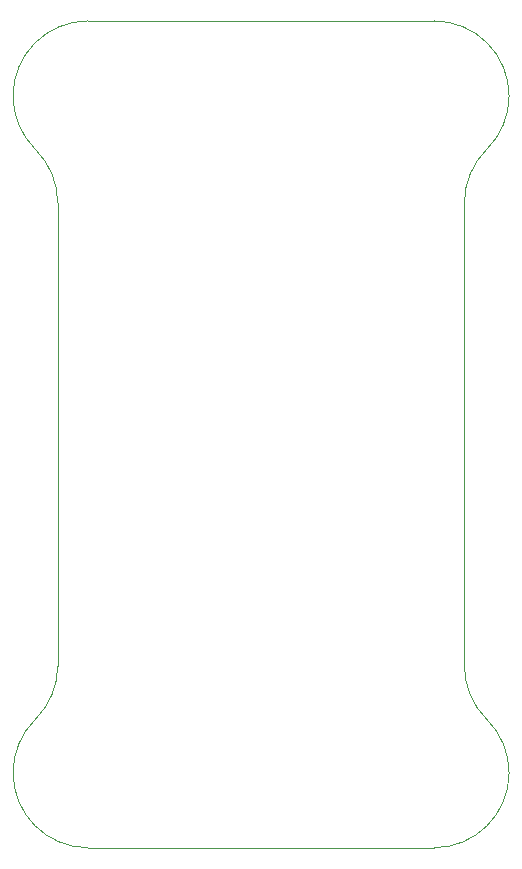
<source format=gbr>
%TF.GenerationSoftware,KiCad,Pcbnew,7.0.10*%
%TF.CreationDate,2024-01-15T20:05:46+01:00*%
%TF.ProjectId,tiny-scarab,74696e79-2d73-4636-9172-61622e6b6963,0.1*%
%TF.SameCoordinates,Original*%
%TF.FileFunction,Profile,NP*%
%FSLAX46Y46*%
G04 Gerber Fmt 4.6, Leading zero omitted, Abs format (unit mm)*
G04 Created by KiCad (PCBNEW 7.0.10) date 2024-01-15 20:05:46*
%MOMM*%
%LPD*%
G01*
G04 APERTURE LIST*
%TA.AperFunction,Profile*%
%ADD10C,0.100000*%
%TD*%
G04 APERTURE END LIST*
D10*
X78033658Y-78101282D02*
X78033658Y-38888718D01*
X116250000Y-29845000D02*
G75*
G03*
X109900000Y-23495000I-6350000J0D01*
G01*
X74250001Y-29845000D02*
G75*
G03*
X76141830Y-34366858I6349999J0D01*
G01*
X116249999Y-87145000D02*
G75*
G03*
X114358170Y-82623142I-6349999J0D01*
G01*
X112466343Y-78101282D02*
G75*
G03*
X114358171Y-82623141I6349957J-18D01*
G01*
X112466342Y-38888718D02*
X112466342Y-78101282D01*
X114358171Y-34366859D02*
G75*
G03*
X112466342Y-38888718I4458129J-4521841D01*
G01*
X80600000Y-23495000D02*
G75*
G03*
X74250000Y-29845000I0J-6350000D01*
G01*
X76141829Y-82623141D02*
G75*
G03*
X78033658Y-78101282I-4458129J4521841D01*
G01*
X78033657Y-38888718D02*
G75*
G03*
X76141829Y-34366859I-6349957J18D01*
G01*
X109900000Y-93495000D02*
G75*
G03*
X116250000Y-87145000I0J6350000D01*
G01*
X114358171Y-34366859D02*
G75*
G03*
X116250000Y-29845000I-4458171J4521859D01*
G01*
X76141829Y-82623141D02*
G75*
G03*
X74250000Y-87145000I4458171J-4521859D01*
G01*
X80600000Y-23495000D02*
X109900000Y-23495000D01*
X74250000Y-87145000D02*
G75*
G03*
X80600000Y-93495000I6350000J0D01*
G01*
X109900000Y-93495000D02*
X80600000Y-93495000D01*
M02*

</source>
